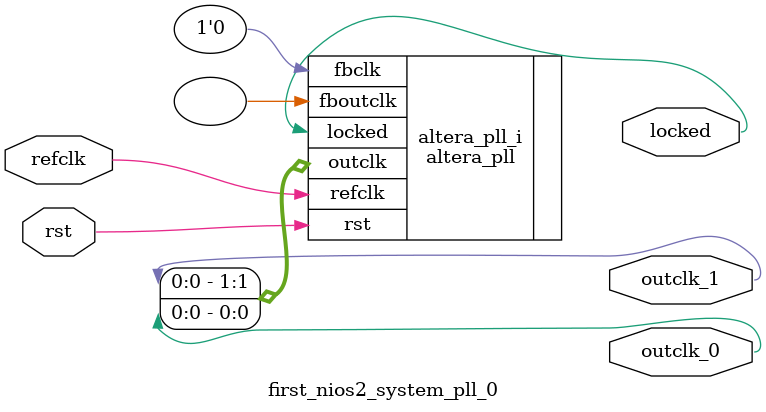
<source format=v>
`timescale 1ns/10ps
module  first_nios2_system_pll_0(

	// interface 'refclk'
	input wire refclk,

	// interface 'reset'
	input wire rst,

	// interface 'outclk0'
	output wire outclk_0,

	// interface 'outclk1'
	output wire outclk_1,

	// interface 'locked'
	output wire locked
);

	altera_pll #(
		.fractional_vco_multiplier("false"),
		.reference_clock_frequency("50.0 MHz"),
		.operation_mode("direct"),
		.number_of_clocks(2),
		.output_clock_frequency0("50.000000 MHz"),
		.phase_shift0("0 ps"),
		.duty_cycle0(50),
		.output_clock_frequency1("50.000000 MHz"),
		.phase_shift1("17500 ps"),
		.duty_cycle1(50),
		.output_clock_frequency2("0 MHz"),
		.phase_shift2("0 ps"),
		.duty_cycle2(50),
		.output_clock_frequency3("0 MHz"),
		.phase_shift3("0 ps"),
		.duty_cycle3(50),
		.output_clock_frequency4("0 MHz"),
		.phase_shift4("0 ps"),
		.duty_cycle4(50),
		.output_clock_frequency5("0 MHz"),
		.phase_shift5("0 ps"),
		.duty_cycle5(50),
		.output_clock_frequency6("0 MHz"),
		.phase_shift6("0 ps"),
		.duty_cycle6(50),
		.output_clock_frequency7("0 MHz"),
		.phase_shift7("0 ps"),
		.duty_cycle7(50),
		.output_clock_frequency8("0 MHz"),
		.phase_shift8("0 ps"),
		.duty_cycle8(50),
		.output_clock_frequency9("0 MHz"),
		.phase_shift9("0 ps"),
		.duty_cycle9(50),
		.output_clock_frequency10("0 MHz"),
		.phase_shift10("0 ps"),
		.duty_cycle10(50),
		.output_clock_frequency11("0 MHz"),
		.phase_shift11("0 ps"),
		.duty_cycle11(50),
		.output_clock_frequency12("0 MHz"),
		.phase_shift12("0 ps"),
		.duty_cycle12(50),
		.output_clock_frequency13("0 MHz"),
		.phase_shift13("0 ps"),
		.duty_cycle13(50),
		.output_clock_frequency14("0 MHz"),
		.phase_shift14("0 ps"),
		.duty_cycle14(50),
		.output_clock_frequency15("0 MHz"),
		.phase_shift15("0 ps"),
		.duty_cycle15(50),
		.output_clock_frequency16("0 MHz"),
		.phase_shift16("0 ps"),
		.duty_cycle16(50),
		.output_clock_frequency17("0 MHz"),
		.phase_shift17("0 ps"),
		.duty_cycle17(50),
		.pll_type("General"),
		.pll_subtype("General")
	) altera_pll_i (
		.rst	(rst),
		.outclk	({outclk_1, outclk_0}),
		.locked	(locked),
		.fboutclk	( ),
		.fbclk	(1'b0),
		.refclk	(refclk)
	);
endmodule


</source>
